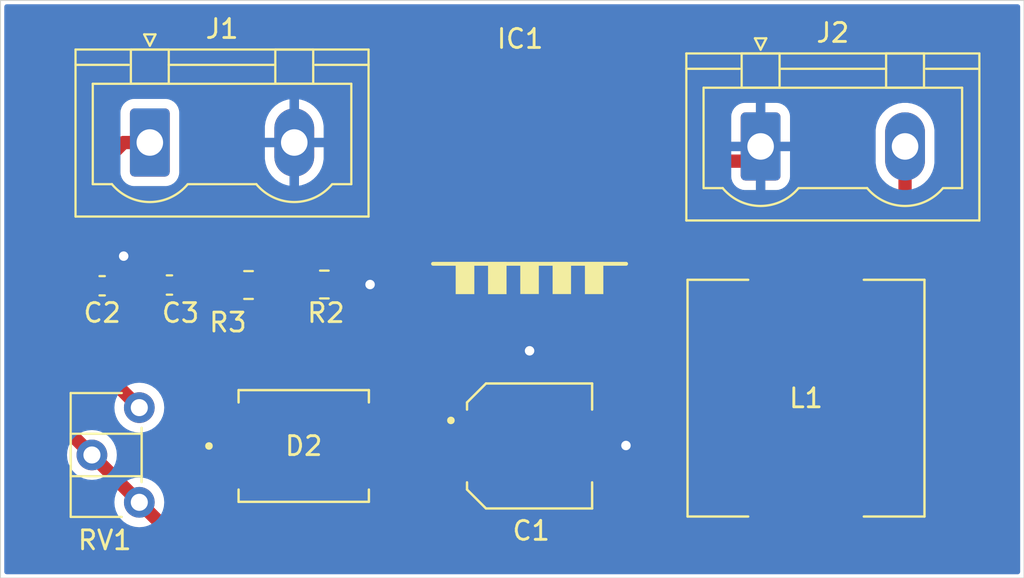
<source format=kicad_pcb>
(kicad_pcb (version 20240108) (generator "pcbnew") (generator_version "8.0")
  (layers (0 "F.Cu" signal) (31 "B.Cu" signal) (34 "B.Paste" user) (35 "F.Paste" user) (36 "B.SilkS" user "B.Silkscreen") (37 "F.SilkS" user "F.Silkscreen") (38 "B.Mask" user) (39 "F.Mask" user) (44 "Edge.Cuts" user))
  (net 0 "")
  (net 1 "+12V")
  (net 2 "GND")
  (net 3 "+5V")
  (net 4 "Net-(C3-Pad1)")
  (net 5 "Net-(D2-A)")
  (net 6 "Net-(IC1-COMP)")
  (net 7 "Net-(IC1-FB)")
  (footprint "Capacitor_SMD:C_0603_1608Metric" (layer "F.Cu") (at 56.915 47.025 180)
    (property "Reference" "C3" (at -0.585 -1.475 0) (layer "F.SilkS"))
    (property "Value" "0.33u")
    (fp_line (start -0.14058 0.51) (end 0.14058 0.51) (stroke (width 0.12)) (layer "F.SilkS"))
    (fp_line (start -0.14058 -0.51) (end 0.14058 -0.51) (stroke (width 0.12)) (layer "F.SilkS"))
    (pad "1" smd roundrect (at -0.775 0 180) (size 0.9 0.95) (layers "F.Cu" "F.Paste" "F.Mask") (net 4 "Net-(C3-Pad1)"))
    (pad "2" smd roundrect (at 0.775 0 180) (size 0.9 0.95) (layers "F.Cu" "F.Paste" "F.Mask") (net 2 "GND"))
  )
  (footprint "LM2577:TO263-5" (layer "F.Cu") (at 75.915 43.025)
    (property "Reference" "IC1" (at -0.5 -9 180) (layer "F.SilkS") (effects (font (size 1.001268 1.001268))))
    (property "Value" "LM2577")
    (fp_line (start 5.094 2.88) (end -5.094 2.88) (stroke (width 0.2032)) (layer "F.SilkS"))
    (fp_poly (pts (xy -3.89202 2.794) (xy -2.921 2.794) (xy -2.921 4.4771) (xy -3.89202 4.4771)) (stroke (width 0.01)) (fill solid) (layer "F.SilkS"))
    (fp_poly (pts (xy -2.18871 2.794) (xy -1.2192 2.794) (xy -1.2192 4.47923) (xy -2.18871 4.47923)) (stroke (width 0.01)) (fill solid) (layer "F.SilkS"))
    (fp_poly (pts (xy -0.482663 2.794) (xy 0.4826 2.794) (xy 0.4826 4.47098) (xy -0.482663 4.47098)) (stroke (width 0.01)) (fill solid) (layer "F.SilkS"))
    (fp_poly (pts (xy 1.21963 2.794) (xy 2.1844 2.794) (xy 2.1844 4.47197) (xy 1.21963 4.47197)) (stroke (width 0.01)) (fill solid) (layer "F.SilkS"))
    (fp_poly (pts (xy 2.92499 2.794) (xy 3.8862 2.794) (xy 3.8862 4.4765) (xy 2.92499 4.4765)) (stroke (width 0.01)) (fill solid) (layer "F.SilkS"))
    (pad "1" smd rect (at -3.4036 5.7912) (size 1.0668 2.159) (layers "F.Cu" "F.Paste" "F.Mask") (net 6 "Net-(IC1-COMP)"))
    (pad "2" smd rect (at -1.7018 5.7912) (size 1.0668 2.159) (layers "F.Cu" "F.Paste" "F.Mask") (net 7 "Net-(IC1-FB)"))
    (pad "3" smd rect (at 0 5.7912) (size 1.0668 2.159) (layers "F.Cu" "F.Paste" "F.Mask") (net 2 "GND"))
    (pad "4" smd rect (at 1.7018 5.7912) (size 1.0668 2.159) (layers "F.Cu" "F.Paste" "F.Mask") (net 5 "Net-(D2-A)"))
    (pad "5" smd rect (at 3.4036 5.7912) (size 1.0668 2.159) (layers "F.Cu" "F.Paste" "F.Mask") (net 3 "+5V"))
    (pad "6" smd rect (at 0 -2.54) (size 10.8 10.41) (layers "F.Cu" "F.Paste" "F.Mask") (net 2 "GND"))
  )
  (footprint "Resistor_SMD:R_0805_2012Metric" (layer "F.Cu") (at 61.0875 47.025)
    (property "Reference" "R3" (at -1.0875 1.975 0) (layer "F.SilkS"))
    (property "Value" "2.2k")
    (fp_line (start -0.227064 -0.735) (end 0.227064 -0.735) (stroke (width 0.12)) (layer "F.SilkS"))
    (fp_line (start -0.227064 0.735) (end 0.227064 0.735) (stroke (width 0.12)) (layer "F.SilkS"))
    (pad "1" smd roundrect (at -0.9125 0) (size 1.025 1.4) (layers "F.Cu" "F.Paste" "F.Mask") (roundrect_rratio 0.243902) (net 6 "Net-(IC1-COMP)"))
    (pad "2" smd roundrect (at 0.9125 0) (size 1.025 1.4) (layers "F.Cu" "F.Paste" "F.Mask") (roundrect_rratio 0.243902) (net 4 "Net-(C3-Pad1)"))
  )
  (footprint "Custom Library:DIO_SS34" (layer "F.Cu") (at 64 55.525)
    (property "Reference" "D2" (at 0 0 360) (layer "F.SilkS"))
    (property "Value" "1N5821")
    (fp_line (start -3.4375 -2.95) (end -3.4375 -2.3) (stroke (width 0.127)) (layer "F.SilkS"))
    (fp_line (start -3.4375 2.95) (end -3.4375 2.3) (stroke (width 0.127)) (layer "F.SilkS"))
    (fp_line (start -3.4375 2.95) (end 3.4375 2.95) (stroke (width 0.127)) (layer "F.SilkS"))
    (fp_line (start 3.4375 -2.95) (end -3.4375 -2.95) (stroke (width 0.127)) (layer "F.SilkS"))
    (fp_line (start 3.4375 -2.3) (end 3.4375 -2.95) (stroke (width 0.127)) (layer "F.SilkS"))
    (fp_line (start 3.4375 2.95) (end 3.4375 2.3) (stroke (width 0.127)) (layer "F.SilkS"))
    (fp_circle (center -5 0) (end -4.9 0) (stroke (width 0.2)) (fill none) (layer "F.SilkS"))
    (pad "A" smd rect (at 3.4 0) (size 2 3.6) (layers "F.Cu" "F.Paste" "F.Mask") (net 5 "Net-(D2-A)"))
    (pad "C" smd rect (at -3.4 0) (size 2 3.6) (layers "F.Cu" "F.Paste" "F.Mask") (net 3 "+5V"))
  )
  (footprint "Potentiometer_THT:Potentiometer_ACP_CA6-H2,5_Horizontal" (layer "F.Cu") (at 55.325 58.5 180)
    (property "Reference" "RV1" (at 1.825 -2 360) (layer "F.SilkS"))
    (property "Value" "50k")
    (fp_line (start 3.62 1.38) (end 3.62 3.62) (stroke (width 0.12)) (layer "F.SilkS"))
    (fp_line (start 3.62 -0.77) (end 3.62 5.77) (stroke (width 0.12)) (layer "F.SilkS"))
    (fp_line (start 0.925 5.77) (end 3.62 5.77) (stroke (width 0.12)) (layer "F.SilkS"))
    (fp_line (start 0.925 -0.77) (end 3.62 -0.77) (stroke (width 0.12)) (layer "F.SilkS"))
    (fp_line (start -0.121 3.62) (end 3.62 3.62) (stroke (width 0.12)) (layer "F.SilkS"))
    (fp_line (start -0.121 1.38) (end 3.62 1.38) (stroke (width 0.12)) (layer "F.SilkS"))
    (fp_line (start -0.121 1.38) (end -0.121 3.62) (stroke (width 0.12)) (layer "F.SilkS"))
    (fp_line (start -0.121 1.066) (end -0.121 3.935) (stroke (width 0.12)) (layer "F.SilkS"))
    (pad "1" thru_hole circle (at 0 0 180) (size 1.62 1.62) (drill 0.9) (layers "*.Cu" "*.Mask") (net 1 "+12V"))
    (pad "2" thru_hole circle (at 2.5 2.5 180) (size 1.62 1.62) (drill 0.9) (layers "*.Cu" "*.Mask") (net 1 "+12V"))
    (pad "3" thru_hole circle (at 0 5 180) (size 1.62 1.62) (drill 0.9) (layers "*.Cu" "*.Mask") (net 7 "Net-(IC1-FB)"))
  )
  (footprint "Resistor_SMD:R_0805_2012Metric" (layer "F.Cu") (at 65.0875 47)
    (property "Reference" "R2" (at 0.085 1.5 0) (layer "F.SilkS"))
    (property "Value" "2k")
    (fp_line (start -0.227064 -0.735) (end 0.227064 -0.735) (stroke (width 0.12)) (layer "F.SilkS"))
    (fp_line (start -0.227064 0.735) (end 0.227064 0.735) (stroke (width 0.12)) (layer "F.SilkS"))
    (pad "1" smd roundrect (at -0.9125 0) (size 1.025 1.4) (layers "F.Cu" "F.Paste" "F.Mask") (roundrect_rratio 0.243902) (net 7 "Net-(IC1-FB)"))
    (pad "2" smd roundrect (at 0.9125 0) (size 1.025 1.4) (layers "F.Cu" "F.Paste" "F.Mask") (roundrect_rratio 0.243902) (net 2 "GND"))
  )
  (footprint "Capacitor_SMD:C_0603_1608Metric" (layer "F.Cu") (at 53.365 47.065 180)
    (property "Reference" "C2" (at 0 -1.43 0) (layer "F.SilkS"))
    (property "Value" "0.1u")
    (fp_line (start -0.14058 0.51) (end 0.14058 0.51) (stroke (width 0.12)) (layer "F.SilkS"))
    (fp_line (start -0.14058 -0.51) (end 0.14058 -0.51) (stroke (width 0.12)) (layer "F.SilkS"))
    (pad "1" smd roundrect (at -0.775 0 180) (size 0.9 0.95) (layers "F.Cu" "F.Paste" "F.Mask") (net 3 "+5V"))
    (pad "2" smd roundrect (at 0.775 0 180) (size 0.9 0.95) (layers "F.Cu" "F.Paste" "F.Mask") (net 2 "GND"))
  )
  (footprint "Connector_Phoenix_GMSTB:PhoenixContact_GMSTBVA_2,5_2-G-7,62_1x02_P7.62mm_Vertical" (layer "F.Cu") (at 55.88 39.5)
    (property "Reference" "J1" (at 3.81 -6 0) (layer "F.SilkS"))
    (property "Value" "Conn_01x02_Socket")
    (fp_line (start -3.92 -4.91) (end -3.92 3.91) (stroke (width 0.12)) (layer "F.SilkS"))
    (fp_line (start -3.92 -4.1) (end -1.11 -4.1) (stroke (width 0.12)) (layer "F.SilkS"))
    (fp_line (start -3.92 3.91) (end 11.54 3.91) (stroke (width 0.12)) (layer "F.SilkS"))
    (fp_line (start -3.01 -3.1) (end 10.63 -3.1) (stroke (width 0.12)) (layer "F.SilkS"))
    (fp_line (start -3.01 2.2) (end -3.01 -3.1) (stroke (width 0.12)) (layer "F.SilkS"))
    (fp_line (start -2 2.2) (end -3.01 2.2) (stroke (width 0.12)) (layer "F.SilkS"))
    (fp_line (start -1 -4.91) (end 1 -4.91) (stroke (width 0.12)) (layer "F.SilkS"))
    (fp_line (start -1 -3.1) (end -1 -4.91) (stroke (width 0.12)) (layer "F.SilkS"))
    (fp_line (start -0.3 -5.71) (end 0.3 -5.71) (stroke (width 0.12)) (layer "F.SilkS"))
    (fp_line (start 0 -5.11) (end -0.3 -5.71) (stroke (width 0.12)) (layer "F.SilkS"))
    (fp_line (start 0.3 -5.71) (end 0 -5.11) (stroke (width 0.12)) (layer "F.SilkS"))
    (fp_line (start 1 -4.91) (end 1 -3.1) (stroke (width 0.12)) (layer "F.SilkS"))
    (fp_line (start 1 -4.1) (end 6.62 -4.1) (stroke (width 0.12)) (layer "F.SilkS"))
    (fp_line (start 1 -3.1) (end -1 -3.1) (stroke (width 0.12)) (layer "F.SilkS"))
    (fp_line (start 2 2.2) (end 5.62 2.2) (stroke (width 0.12)) (layer "F.SilkS"))
    (fp_line (start 6.62 -4.91) (end 8.62 -4.91) (stroke (width 0.12)) (layer "F.SilkS"))
    (fp_line (start 6.62 -3.1) (end 6.62 -4.91) (stroke (width 0.12)) (layer "F.SilkS"))
    (fp_line (start 8.62 -4.91) (end 8.62 -3.1) (stroke (width 0.12)) (layer "F.SilkS"))
    (fp_line (start 8.62 -3.1) (end 6.62 -3.1) (stroke (width 0.12)) (layer "F.SilkS"))
    (fp_line (start 10.63 -3.1) (end 10.63 2.2) (stroke (width 0.12)) (layer "F.SilkS"))
    (fp_line (start 10.63 2.2) (end 9.62 2.2) (stroke (width 0.12)) (layer "F.SilkS"))
    (fp_line (start 11.54 -4.91) (end -3.92 -4.91) (stroke (width 0.12)) (layer "F.SilkS"))
    (fp_line (start 11.54 -4.1) (end 8.73 -4.1) (stroke (width 0.12)) (layer "F.SilkS"))
    (fp_line (start 11.54 3.91) (end 11.54 -4.91) (stroke (width 0.12)) (layer "F.SilkS"))
    (fp_arc (start 1.986842 2.215821) (mid -0.010289 3.142758) (end -2 2.2) (stroke (width 0.12)) (layer "F.SilkS"))
    (fp_arc (start 9.606842 2.215821) (mid 7.609711 3.142758) (end 5.62 2.2) (stroke (width 0.12)) (layer "F.SilkS"))
    (pad "1" thru_hole roundrect (at 0 0) (size 2.1 3.6) (drill 1.4) (layers "*.Cu" "*.Mask") (roundrect_rratio 0.119048) (net 1 "+12V"))
    (pad "2" thru_hole oval (at 7.62 0) (size 2.1 3.6) (drill 1.4) (layers "*.Cu" "*.Mask") (net 2 "GND"))
  )
  (footprint "Custom Library:INDP125125X600N" (layer "F.Cu") (at 90.5 53 90)
    (property "Reference" "L1" (at 0 0 180) (layer "F.SilkS") (effects (font (size 1.00185 1.00185))))
    (property "Value" "100uH")
    (fp_line (start 6.25 -6.25) (end 6.25 -3.05) (stroke (width 0.127)) (layer "F.SilkS"))
    (fp_line (start -6.25 -6.25) (end 6.25 -6.25) (stroke (width 0.127)) (layer "F.SilkS"))
    (fp_line (start -6.25 -6.25) (end -6.25 -3.05) (stroke (width 0.127)) (layer "F.SilkS"))
    (fp_line (start 6.25 3.05) (end 6.25 6.25) (stroke (width 0.127)) (layer "F.SilkS"))
    (fp_line (start -6.25 3.05) (end -6.25 6.25) (stroke (width 0.127)) (layer "F.SilkS"))
    (fp_line (start -6.25 6.25) (end 6.25 6.25) (stroke (width 0.127)) (layer "F.SilkS"))
    (pad "1" smd rect (at -4.85 0 90) (size 2.9 5.4) (layers "F.Cu" "F.Paste" "F.Mask") (net 3 "+5V"))
    (pad "2" smd rect (at 4.85 0 90) (size 2.9 5.4) (layers "F.Cu" "F.Paste" "F.Mask") (net 5 "Net-(D2-A)"))
  )
  (footprint "Connector_Phoenix_GMSTB:PhoenixContact_GMSTBVA_2,5_2-G-7,62_1x02_P7.62mm_Vertical" (layer "F.Cu") (at 88.105 39.7075)
    (property "Reference" "J2" (at 3.81 -6 0) (layer "F.SilkS"))
    (property "Value" "Conn_01x02_Socket")
    (fp_line (start -3.92 -4.91) (end -3.92 3.91) (stroke (width 0.12)) (layer "F.SilkS"))
    (fp_line (start -3.92 -4.1) (end -1.11 -4.1) (stroke (width 0.12)) (layer "F.SilkS"))
    (fp_line (start -3.92 3.91) (end 11.54 3.91) (stroke (width 0.12)) (layer "F.SilkS"))
    (fp_line (start -3.01 -3.1) (end 10.63 -3.1) (stroke (width 0.12)) (layer "F.SilkS"))
    (fp_line (start -3.01 2.2) (end -3.01 -3.1) (stroke (width 0.12)) (layer "F.SilkS"))
    (fp_line (start -2 2.2) (end -3.01 2.2) (stroke (width 0.12)) (layer "F.SilkS"))
    (fp_line (start -1 -4.91) (end 1 -4.91) (stroke (width 0.12)) (layer "F.SilkS"))
    (fp_line (start -1 -3.1) (end -1 -4.91) (stroke (width 0.12)) (layer "F.SilkS"))
    (fp_line (start -0.3 -5.71) (end 0.3 -5.71) (stroke (width 0.12)) (layer "F.SilkS"))
    (fp_line (start 0 -5.11) (end -0.3 -5.71) (stroke (width 0.12)) (layer "F.SilkS"))
    (fp_line (start 0.3 -5.71) (end 0 -5.11) (stroke (width 0.12)) (layer "F.SilkS"))
    (fp_line (start 1 -4.91) (end 1 -3.1) (stroke (width 0.12)) (layer "F.SilkS"))
    (fp_line (start 1 -4.1) (end 6.62 -4.1) (stroke (width 0.12)) (layer "F.SilkS"))
    (fp_line (start 1 -3.1) (end -1 -3.1) (stroke (width 0.12)) (layer "F.SilkS"))
    (fp_line (start 2 2.2) (end 5.62 2.2) (stroke (width 0.12)) (layer "F.SilkS"))
    (fp_line (start 6.62 -4.91) (end 8.62 -4.91) (stroke (width 0.12)) (layer "F.SilkS"))
    (fp_line (start 6.62 -3.1) (end 6.62 -4.91) (stroke (width 0.12)) (layer "F.SilkS"))
    (fp_line (start 8.62 -4.91) (end 8.62 -3.1) (stroke (width 0.12)) (layer "F.SilkS"))
    (fp_line (start 8.62 -3.1) (end 6.62 -3.1) (stroke (width 0.12)) (layer "F.SilkS"))
    (fp_line (start 10.63 -3.1) (end 10.63 2.2) (stroke (width 0.12)) (layer "F.SilkS"))
    (fp_line (start 10.63 2.2) (end 9.62 2.2) (stroke (width 0.12)) (layer "F.SilkS"))
    (fp_line (start 11.54 -4.91) (end -3.92 -4.91) (stroke (width 0.12)) (layer "F.SilkS"))
    (fp_line (start 11.54 -4.1) (end 8.73 -4.1) (stroke (width 0.12)) (layer "F.SilkS"))
    (fp_line (start 11.54 3.91) (end 11.54 -4.91) (stroke (width 0.12)) (layer "F.SilkS"))
    (fp_arc (start 1.986842 2.215821) (mid -0.010289 3.142758) (end -2 2.2) (stroke (width 0.12)) (layer "F.SilkS"))
    (fp_arc (start 9.606842 2.215821) (mid 7.609711 3.142758) (end 5.62 2.2) (stroke (width 0.12)) (layer "F.SilkS"))
    (pad "1" thru_hole roundrect (at 0 0) (size 2.1 3.6) (drill 1.4) (layers "*.Cu" "*.Mask") (roundrect_rratio 0.119048) (net 2 "GND"))
    (pad "2" thru_hole oval (at 7.62 0) (size 2.1 3.6) (drill 1.4) (layers "*.Cu" "*.Mask") (net 3 "+5V"))
  )
  (footprint "Custom Library:CAP_EEEFK1C101V" (layer "F.Cu") (at 75.915 55.525)
    (property "Reference" "C1" (at 0.085 4.475 0) (layer "F.SilkS"))
    (property "Value" "680u")
    (fp_line (start -3.3 -2.3) (end -3.3 -1.92) (stroke (width 0.127)) (layer "F.SilkS"))
    (fp_line (start -3.3 1.92) (end -3.3 2.3) (stroke (width 0.127)) (layer "F.SilkS"))
    (fp_line (start -3.3 2.3) (end -2.3 3.3) (stroke (width 0.127)) (layer "F.SilkS"))
    (fp_line (start -2.3 -3.3) (end -3.3 -2.3) (stroke (width 0.127)) (layer "F.SilkS"))
    (fp_line (start -2.3 3.3) (end 3.3 3.3) (stroke (width 0.127)) (layer "F.SilkS"))
    (fp_line (start 3.3 -3.3) (end -2.3 -3.3) (stroke (width 0.127)) (layer "F.SilkS"))
    (fp_line (start 3.3 -1.92) (end 3.3 -3.3) (stroke (width 0.127)) (layer "F.SilkS"))
    (fp_line (start 3.3 3.3) (end 3.3 1.92) (stroke (width 0.127)) (layer "F.SilkS"))
    (fp_circle (center -4.15 -1.35) (end -4.05 -1.35) (stroke (width 0.2)) (fill none) (layer "F.SilkS"))
    (pad "1" smd custom (at -2.55 0) (size 1.8 1.8) (layers "F.Cu") (net 1 "+12V") (options (clearance outline) (anchor rect)) (primitives (gr_poly (pts (xy -1 1.6) (xy -1 0.6) (xy -1.65 0.6) (xy -1.65 -0.6) (xy -1 -0.6) (xy -1 -1.6) (xy 1 -1.6) (xy 1 -0.6) (xy 1.95 -0.6) (xy 1.95 0.6) (xy 1 0.6) (xy 1 1.6)) (width 0.01) (fill yes))))
    (pad "2" smd custom (at 2.55 0) (size 1.8 1.8) (layers "F.Cu") (net 2 "GND") (options (clearance outline) (anchor rect)) (primitives (gr_poly (pts (xy 1 1.6) (xy 1 0.6) (xy 1.65 0.6) (xy 1.65 -0.6) (xy 1 -0.6) (xy 1 -1.6) (xy -1 -1.6) (xy -1 -0.6) (xy -1.95 -0.6) (xy -1.95 0.6) (xy -1 0.6) (xy -1 1.6)) (width 0.01) (fill yes))))
  )
  (gr_rect (start 48 32) (end 102 62.5) (stroke (width 0.05)) (fill none) (layer "Edge.Cuts"))
  (segment (start 49.5 52.675) (end 49.5 44.5) (width 0.7) (layer "F.Cu") (net 1))
  (segment (start 56.825 60) (end 68.89 60) (width 0.7) (layer "F.Cu") (net 1))
  (segment (start 52.825 56) (end 49.5 52.675) (width 0.7) (layer "F.Cu") (net 1))
  (segment (start 68.89 60) (end 73.365 55.525) (width 0.7) (layer "F.Cu") (net 1))
  (segment (start 49.5 44.5) (end 54.5 39.5) (width 0.7) (layer "F.Cu") (net 1))
  (segment (start 52.825 56) (end 55.325 58.5) (width 0.7) (layer "F.Cu") (net 1))
  (segment (start 55.325 58.5) (end 56.825 60) (width 0.7) (layer "F.Cu") (net 1))
  (segment (start 54.5 39.5) (end 55.88 39.5) (width 0.7) (layer "F.Cu") (net 1))
  (segment (start 75.915 40.485) (end 87.3275 40.485) (width 0.7) (layer "F.Cu") (net 2))
  (segment (start 78.465 55.525) (end 80.975 55.525) (width 0.7) (layer "F.Cu") (net 2))
  (segment (start 54.5 45.5) (end 53.68 45.5) (width 0.7) (layer "F.Cu") (net 2))
  (segment (start 87.3275 40.485) (end 88.105 39.7075) (width 0.7) (layer "F.Cu") (net 2))
  (segment (start 56.14 46.14) (end 56.14 47.025) (width 0.7) (layer "F.Cu") (net 2))
  (segment (start 75.915 48.8162) (end 75.915 50.5) (width 0.7) (layer "F.Cu") (net 2))
  (segment (start 55.5 45.5) (end 56.14 46.14) (width 0.7) (layer "F.Cu") (net 2))
  (segment (start 52.59 46.59) (end 52.59 47.065) (width 0.7) (layer "F.Cu") (net 2))
  (segment (start 54.5 45.5) (end 55.5 45.5) (width 0.7) (layer "F.Cu") (net 2))
  (segment (start 67.5 47) (end 66 47) (width 0.7) (layer "F.Cu") (net 2))
  (segment (start 80.975 55.525) (end 81 55.5) (width 0.7) (layer "F.Cu") (net 2))
  (segment (start 53.68 45.5) (end 52.59 46.59) (width 0.7) (layer "F.Cu") (net 2))
  (via (at 67.5 47) (size 0.8) (drill 0.5) (layers "F.Cu" "B.Cu") (net 2))
  (via (at 54.5 45.5) (size 0.8) (drill 0.5) (layers "F.Cu" "B.Cu") (net 2))
  (via (at 81 55.5) (size 0.8) (drill 0.5) (layers "F.Cu" "B.Cu") (net 2))
  (via (at 75.915 50.5) (size 0.8) (drill 0.5) (layers "F.Cu" "B.Cu") (net 2))
  (segment (start 81.4662 48.8162) (end 79.3186 48.8162) (width 0.7) (layer "F.Cu") (net 3))
  (segment (start 60.6 53.6) (end 54.14 47.14) (width 0.7) (layer "F.Cu") (net 3))
  (segment (start 90.5 57.85) (end 81.4662 48.8162) (width 0.7) (layer "F.Cu") (net 3))
  (segment (start 71.5 53) (end 70 54.5) (width 0.7) (layer "F.Cu") (net 3))
  (segment (start 70 56.825) (end 68.325 58.5) (width 0.7) (layer "F.Cu") (net 3))
  (segment (start 79.3186 48.8162) (end 79.3186 51.6814) (width 0.7) (layer "F.Cu") (net 3))
  (segment (start 68.325 58.5) (end 63.575 58.5) (width 0.7) (layer "F.Cu") (net 3))
  (segment (start 70 54.5) (end 70 56.825) (width 0.7) (layer "F.Cu") (net 3))
  (segment (start 79.3186 51.6814) (end 78 53) (width 0.7) (layer "F.Cu") (net 3))
  (segment (start 95.725 52.625) (end 90.5 57.85) (width 0.7) (layer "F.Cu") (net 3))
  (segment (start 60.6 55.525) (end 60.6 53.6) (width 0.7) (layer "F.Cu") (net 3))
  (segment (start 95.725 39.7075) (end 95.725 52.625) (width 0.7) (layer "F.Cu") (net 3))
  (segment (start 54.14 47.14) (end 54.14 47.065) (width 0.7) (layer "F.Cu") (net 3))
  (segment (start 78 53) (end 71.5 53) (width 0.7) (layer "F.Cu") (net 3))
  (segment (start 63.575 58.5) (end 60.6 55.525) (width 0.7) (layer "F.Cu") (net 3))
  (segment (start 57.69 47.025) (end 57.69 46.31) (width 0.7) (layer "F.Cu") (net 4))
  (segment (start 58.5 45.5) (end 61.5 45.5) (width 0.7) (layer "F.Cu") (net 4))
  (segment (start 61.5 45.5) (end 61.915 45.915) (width 0.7) (layer "F.Cu") (net 4))
  (segment (start 57.69 46.31) (end 58.5 45.5) (width 0.7) (layer "F.Cu") (net 4))
  (segment (start 61.915 45.915) (end 61.915 47.025) (width 0.7) (layer "F.Cu") (net 4))
  (segment (start 78.3133 47.1867) (end 77.6168 47.8832) (width 0.7) (layer "F.Cu") (net 5))
  (segment (start 89.5367 47.1867) (end 78.3133 47.1867) (width 0.7) (layer "F.Cu") (net 5))
  (segment (start 67.4 55.525) (end 67.4 54.1) (width 0.7) (layer "F.Cu") (net 5))
  (segment (start 67.4 54.1) (end 69.5 52) (width 0.7) (layer "F.Cu") (net 5))
  (segment (start 76.5 52) (end 77.6168 50.8832) (width 0.7) (layer "F.Cu") (net 5))
  (segment (start 77.6168 50.8832) (end 77.6168 48.8162) (width 0.7) (layer "F.Cu") (net 5))
  (segment (start 90.5 48.15) (end 89.5367 47.1867) (width 0.7) (layer "F.Cu") (net 5))
  (segment (start 69.5 52) (end 76.5 52) (width 0.7) (layer "F.Cu") (net 5))
  (segment (start 77.6168 47.8832) (end 77.6168 48.8162) (width 0.7) (layer "F.Cu") (net 5))
  (segment (start 72.5114 48.8162) (end 71.278 48.8162) (width 0.7) (layer "F.Cu") (net 6))
  (segment (start 60.175 47.175) (end 60.175 47.025) (width 0.7) (layer "F.Cu") (net 6))
  (segment (start 71.278 48.8162) (end 70.3442 49.75) (width 0.7) (layer "F.Cu") (net 6))
  (segment (start 70.3442 49.75) (end 62.75 49.75) (width 0.7) (layer "F.Cu") (net 6))
  (segment (start 62.75 49.75) (end 60.175 47.175) (width 0.7) (layer "F.Cu") (net 6))
  (segment (start 65.975 44.5) (end 64.175 46.3) (width 0.7) (layer "F.Cu") (net 7))
  (segment (start 52.5 44.5) (end 62.5 44.5) (width 0.7) (layer "F.Cu") (net 7))
  (segment (start 51 49.175) (end 51 46) (width 0.7) (layer "F.Cu") (net 7))
  (segment (start 64.175 46.175) (end 64.175 47) (width 0.7) (layer "F.Cu") (net 7))
  (segment (start 62.5 44.5) (end 64.175 46.175) (width 0.7) (layer "F.Cu") (net 7))
  (segment (start 55.325 53.5) (end 51 49.175) (width 0.7) (layer "F.Cu") (net 7))
  (segment (start 74.2132 48.8162) (end 74.2132 47.8051) (width 0.7) (layer "F.Cu") (net 7))
  (segment (start 74.2132 47.8051) (end 72.9081 46.5) (width 0.7) (layer "F.Cu") (net 7))
  (segment (start 72.9081 46.5) (end 69.95 46.5) (width 0.7) (layer "F.Cu") (net 7))
  (segment (start 64.175 46.3) (end 64.175 47) (width 0.7) (layer "F.Cu") (net 7))
  (segment (start 51 46) (end 52.5 44.5) (width 0.7) (layer "F.Cu") (net 7))
  (segment (start 67.95 44.5) (end 65.975 44.5) (width 0.7) (layer "F.Cu") (net 7))
  (segment (start 69.95 46.5) (end 67.95 44.5) (width 0.7) (layer "F.Cu") (net 7))
  (zone (net 2) (net_name "GND") (layer "B.Cu") (connect_pads (clearance 0.5)) (min_thickness 0.25) (fill yes (thermal_gap 0.5) (thermal_bridge_width 0.5))
    (polygon (pts (xy 48 32) (xy 102 32) (xy 102 62.5) (xy 48 62.5)))
  )
)
</source>
